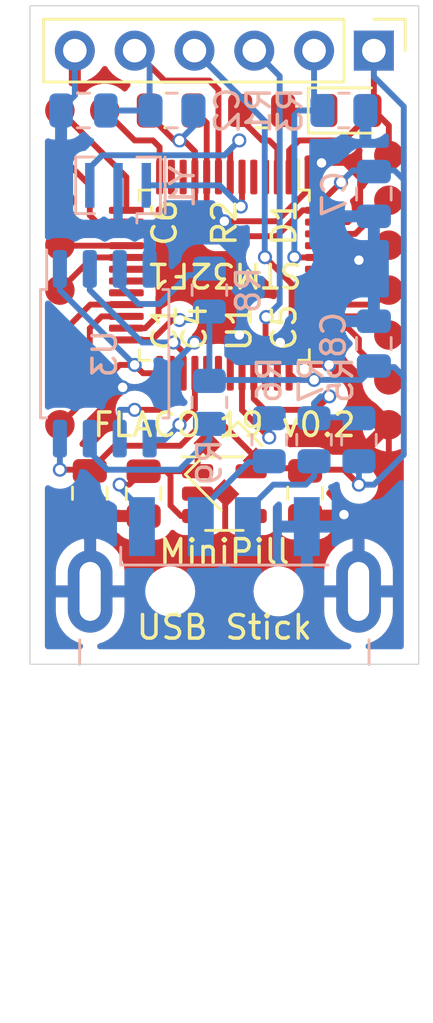
<source format=kicad_pcb>
(kicad_pcb (version 20211014) (generator pcbnew)
  (title_block (title "MiniPill usb stick with SPI flash") (date "2019-04-30") (rev "0.2") (company "FLACO 2019, licence of this PCB is CC-BY-NC-SA") (comment 1 "STM32F103 \"Bluepill\" in a USB stick form factor") (comment 2 "SPI flash in order to emulate a USB mass storage"))
  (layers (0 "F.Cu" signal) (31 "B.Cu" signal) (34 "B.Paste" user) (35 "F.Paste" user) (36 "B.SilkS" user "B.Silkscreen") (37 "F.SilkS" user "F.Silkscreen") (38 "B.Mask" user) (39 "F.Mask" user) (44 "Edge.Cuts" user))
  (net 0 "")
  (net 1 "GND")
  (net 2 "+5V")
  (net 3 "+3.3V")
  (net 4 "/USB_D-")
  (net 5 "/USB_D+")
  (net 6 "Net-(R5-Pad1)")
  (net 7 "Net-(R6-Pad2)")
  (net 8 "/RESET")
  (net 9 "/SWCLK")
  (net 10 "/SWDIO")
  (net 11 "/BOOT0")
  (net 12 "/LED")
  (net 13 "Net-(U2-Pad28)")
  (net 14 "Net-(U2-Pad26)")
  (net 15 "Net-(U2-Pad25)")
  (net 16 "Net-(R8-Pad2)")
  (net 17 "Net-(R9-Pad2)")
  (net 21 "Net-(U2-Pad5)")
  (net 22 "Net-(U2-Pad6)")
  (net 28 "Net-(U2-Pad27)")
  (net 32 "Net-(U2-Pad39)")
  (net 33 "Net-(U2-Pad40)")
  (net 34 "Net-(U2-Pad45)")
  (net 38 "Net-(U2-Pad46)")
  (net 39 "Net-(U2-Pad21)")
  (net 40 "Net-(U2-Pad22)")
  (net 41 "Net-(U2-Pad12)")
  (net 42 "Net-(U2-Pad13)")
  (net 43 "Net-(U2-Pad14)")
  (net 44 "Net-(U2-Pad15)")
  (net 45 "Net-(U2-Pad16)")
  (net 46 "Net-(U2-Pad17)")
  (net 47 "Net-(U2-Pad38)")
  (net 48 "Net-(R2-Pad2)")
  (footprint "Capacitor_SMD:C_0805_2012Metric" (layer "F.Cu") (at 168.91 133.08 -90)
    (property "Reference" "C1")
    (property "Value" "100n")
    (fp_text reference "C1" (at -7.0325 -3.175 90 unlocked) (layer "F.SilkS"))
    (fp_text value "100n")
    (pad "1" smd roundrect (at -0.95 0 270) (size 1 1.45) (layers "F.Cu" "F.Paste" "F.Mask") (net 3 "+3.3V"))
    (pad "2" smd roundrect (at 0.95 0 270) (size 1 1.45) (layers "F.Cu" "F.Paste" "F.Mask") (net 1 "GND"))
  )
  (footprint "Capacitor_SMD:C_0805_2012Metric" (layer "F.Cu") (at 172.355 116.84)
    (property "Reference" "C6")
    (property "Value" "100n")
    (fp_text reference "C6" (at -0.27 4.7625 90 unlocked) (layer "F.SilkS"))
    (fp_text value "100n")
    (pad "1" smd roundrect (at -0.95 0) (size 1 1.45) (layers "F.Cu" "F.Paste" "F.Mask") (net 3 "+3.3V"))
    (pad "2" smd roundrect (at 0.95 0) (size 1 1.45) (layers "F.Cu" "F.Paste" "F.Mask") (net 1 "GND"))
  )
  (footprint "Capacitor_SMD:C_0805_2012Metric" (layer "F.Cu") (at 178.054 133.08 -90)
    (property "Reference" "C5")
    (property "Value" "1u")
    (fp_text reference "C5" (at -7.0325 0.889 90 unlocked) (layer "F.SilkS"))
    (fp_text value "1u")
    (pad "1" smd roundrect (at -0.95 0 270) (size 1 1.45) (layers "F.Cu" "F.Paste" "F.Mask") (net 3 "+3.3V"))
    (pad "2" smd roundrect (at 0.95 0 270) (size 1 1.45) (layers "F.Cu" "F.Paste" "F.Mask") (net 1 "GND"))
  )
  (footprint "Package_TO_SOT_SMD:SOT-23-5" (layer "F.Cu") (at 174.625 133.096)
    (property "Reference" "U1")
    (property "Value" "SPX3819M5-L-3-3")
    (fp_text reference "U1" (at 0.635 -7.0485 90 unlocked) (layer "F.SilkS"))
    (fp_text value "SPX3819M5-L-3-3")
    (pad "1" smd roundrect (at -1.1375 -0.95) (size 1.325 0.6) (layers "F.Cu" "F.Paste" "F.Mask") (net 2 "+5V"))
    (pad "2" smd roundrect (at -1.1375 0) (size 1.325 0.6) (layers "F.Cu" "F.Paste" "F.Mask") (net 1 "GND"))
    (pad "3" smd roundrect (at -1.1375 0.95) (size 1.325 0.6) (layers "F.Cu" "F.Paste" "F.Mask") (net 2 "+5V"))
    (pad "4" smd roundrect (at 1.1375 0.95) (size 1.325 0.6) (layers "F.Cu" "F.Paste" "F.Mask"))
    (pad "5" smd roundrect (at 1.1375 -0.95) (size 1.325 0.6) (layers "F.Cu" "F.Paste" "F.Mask") (net 3 "+3.3V"))
  )
  (footprint "Capacitor_SMD:C_0805_2012Metric" (layer "F.Cu") (at 171.196 133.096 -90)
    (property "Reference" "C4")
    (property "Value" "1u")
    (fp_text reference "C4" (at -7.0485 -2.159 90 unlocked) (layer "F.SilkS"))
    (fp_text value "1u")
    (pad "1" smd roundrect (at -0.95 0 270) (size 1 1.45) (layers "F.Cu" "F.Paste" "F.Mask") (net 2 "+5V"))
    (pad "2" smd roundrect (at 0.95 0 270) (size 1 1.45) (layers "F.Cu" "F.Paste" "F.Mask") (net 1 "GND"))
  )
  (footprint "Connector_PinHeader_2.54mm:PinHeader_1x06_P2.54mm_Vertical" (layer "F.Cu") (at 180.975 114.3 -90)
    (property "Reference" "J2")
    (property "Value" "PROG")
    (fp_text reference "J2" hide)
    (fp_text value "PROG")
    (pad "1" thru_hole rect (at 0 0 270) (size 1.7 1.7) (drill 1) (layers *.Cu *.Mask) (net 3 "+3.3V"))
    (pad "2" thru_hole oval (at 0 2.54 270) (size 1.7 1.7) (drill 1) (layers *.Cu *.Mask) (net 11 "/BOOT0"))
    (pad "3" thru_hole oval (at 0 5.08 270) (size 1.7 1.7) (drill 1) (layers *.Cu *.Mask) (net 10 "/SWDIO"))
    (pad "4" thru_hole oval (at 0 7.62 270) (size 1.7 1.7) (drill 1) (layers *.Cu *.Mask) (net 9 "/SWCLK"))
    (pad "5" thru_hole oval (at 0 10.16 270) (size 1.7 1.7) (drill 1) (layers *.Cu *.Mask) (net 8 "/RESET"))
    (pad "6" thru_hole oval (at 0 12.7 270) (size 1.7 1.7) (drill 1) (layers *.Cu *.Mask) (net 1 "GND"))
  )
  (footprint "Package_QFP:LQFP-48_7x7mm_P0.5mm" (layer "F.Cu") (at 174.625 123.825 -90)
    (property "Reference" "U2")
    (property "Value" "STM32F103C8Tx")
    (fp_text reference "U2" hide)
    (fp_text value "STM32F103C8Tx")
    (pad "1" smd roundrect (at -4.1625 -2.75 270) (size 1.475 0.3) (layers "F.Cu" "F.Paste" "F.Mask") (net 3 "+3.3V"))
    (pad "2" smd roundrect (at -4.1625 -2.25 270) (size 1.475 0.3) (layers "F.Cu" "F.Paste" "F.Mask") (net 12 "/LED"))
    (pad "3" smd roundrect (at -4.1625 -1.75 270) (size 1.475 0.3) (layers "F.Cu" "F.Paste" "F.Mask"))
    (pad "4" smd roundrect (at -4.1625 -1.25 270) (size 1.475 0.3) (layers "F.Cu" "F.Paste" "F.Mask"))
    (pad "5" smd roundrect (at -4.1625 -0.75 270) (size 1.475 0.3) (layers "F.Cu" "F.Paste" "F.Mask") (net 21 "Net-(U2-Pad5)"))
    (pad "6" smd roundrect (at -4.1625 -0.25 270) (size 1.475 0.3) (layers "F.Cu" "F.Paste" "F.Mask") (net 22 "Net-(U2-Pad6)"))
    (pad "7" smd roundrect (at -4.1625 0.25 270) (size 1.475 0.3) (layers "F.Cu" "F.Paste" "F.Mask") (net 8 "/RESET"))
    (pad "8" smd roundrect (at -4.1625 0.75 270) (size 1.475 0.3) (layers "F.Cu" "F.Paste" "F.Mask") (net 1 "GND"))
    (pad "9" smd roundrect (at -4.1625 1.25 270) (size 1.475 0.3) (layers "F.Cu" "F.Paste" "F.Mask") (net 3 "+3.3V"))
    (pad "10" smd roundrect (at -4.1625 1.75 270) (size 1.475 0.3) (layers "F.Cu" "F.Paste" "F.Mask"))
    (pad "11" smd roundrect (at -4.1625 2.25 270) (size 1.475 0.3) (layers "F.Cu" "F.Paste" "F.Mask"))
    (pad "12" smd roundrect (at -4.1625 2.75 270) (size 1.475 0.3) (layers "F.Cu" "F.Paste" "F.Mask") (net 41 "Net-(U2-Pad12)"))
    (pad "13" smd roundrect (at -2.75 4.1625 270) (size 0.3 1.475) (layers "F.Cu" "F.Paste" "F.Mask") (net 42 "Net-(U2-Pad13)"))
    (pad "14" smd roundrect (at -2.25 4.1625 270) (size 0.3 1.475) (layers "F.Cu" "F.Paste" "F.Mask") (net 43 "Net-(U2-Pad14)"))
    (pad "15" smd roundrect (at -1.75 4.1625 270) (size 0.3 1.475) (layers "F.Cu" "F.Paste" "F.Mask") (net 44 "Net-(U2-Pad15)"))
    (pad "16" smd roundrect (at -1.25 4.1625 270) (size 0.3 1.475) (layers "F.Cu" "F.Paste" "F.Mask") (net 45 "Net-(U2-Pad16)"))
    (pad "17" smd roundrect (at -0.75 4.1625 270) (size 0.3 1.475) (layers "F.Cu" "F.Paste" "F.Mask") (net 46 "Net-(U2-Pad17)"))
    (pad "18" smd roundrect (at -0.25 4.1625 270) (size 0.3 1.475) (layers "F.Cu" "F.Paste" "F.Mask"))
    (pad "19" smd roundrect (at 0.25 4.1625 270) (size 0.3 1.475) (layers "F.Cu" "F.Paste" "F.Mask"))
    (pad "20" smd roundrect (at 0.75 4.1625 270) (size 0.3 1.475) (layers "F.Cu" "F.Paste" "F.Mask"))
    (pad "21" smd roundrect (at 1.25 4.1625 270) (size 0.3 1.475) (layers "F.Cu" "F.Paste" "F.Mask") (net 39 "Net-(U2-Pad21)"))
    (pad "22" smd roundrect (at 1.75 4.1625 270) (size 0.3 1.475) (layers "F.Cu" "F.Paste" "F.Mask") (net 40 "Net-(U2-Pad22)"))
    (pad "23" smd roundrect (at 2.25 4.1625 270) (size 0.3 1.475) (layers "F.Cu" "F.Paste" "F.Mask") (net 1 "GND"))
    (pad "24" smd roundrect (at 2.75 4.1625 270) (size 0.3 1.475) (layers "F.Cu" "F.Paste" "F.Mask") (net 3 "+3.3V"))
    (pad "25" smd roundrect (at 4.1625 2.75 270) (size 1.475 0.3) (layers "F.Cu" "F.Paste" "F.Mask") (net 15 "Net-(U2-Pad25)"))
    (pad "26" smd roundrect (at 4.1625 2.25 270) (size 1.475 0.3) (layers "F.Cu" "F.Paste" "F.Mask") (net 14 "Net-(U2-Pad26)"))
    (pad "27" smd roundrect (at 4.1625 1.75 270) (size 1.475 0.3) (layers "F.Cu" "F.Paste" "F.Mask") (net 28 "Net-(U2-Pad27)"))
    (pad "28" smd roundrect (at 4.1625 1.25 270) (size 1.475 0.3) (layers "F.Cu" "F.Paste" "F.Mask") (net 13 "Net-(U2-Pad28)"))
    (pad "29" smd roundrect (at 4.1625 0.75 270) (size 1.475 0.3) (layers "F.Cu" "F.Paste" "F.Mask"))
    (pad "30" smd roundrect (at 4.1625 0.25 270) (size 1.475 0.3) (layers "F.Cu" "F.Paste" "F.Mask"))
    (pad "31" smd roundrect (at 4.1625 -0.25 270) (size 1.475 0.3) (layers "F.Cu" "F.Paste" "F.Mask"))
    (pad "32" smd roundrect (at 4.1625 -0.75 270) (size 1.475 0.3) (layers "F.Cu" "F.Paste" "F.Mask") (net 7 "Net-(R6-Pad2)"))
    (pad "33" smd roundrect (at 4.1625 -1.25 270) (size 1.475 0.3) (layers "F.Cu" "F.Paste" "F.Mask") (net 6 "Net-(R5-Pad1)"))
    (pad "34" smd roundrect (at 4.1625 -1.75 270) (size 1.475 0.3) (layers "F.Cu" "F.Paste" "F.Mask") (net 10 "/SWDIO"))
    (pad "35" smd roundrect (at 4.1625 -2.25 270) (size 1.475 0.3) (layers "F.Cu" "F.Paste" "F.Mask") (net 1 "GND"))
    (pad "36" smd roundrect (at 4.1625 -2.75 270) (size 1.475 0.3) (layers "F.Cu" "F.Paste" "F.Mask") (net 3 "+3.3V"))
    (pad "37" smd roundrect (at 2.75 -4.1625 270) (size 0.3 1.475) (layers "F.Cu" "F.Paste" "F.Mask") (net 9 "/SWCLK"))
    (pad "38" smd roundrect (at 2.25 -4.1625 270) (size 0.3 1.475) (layers "F.Cu" "F.Paste" "F.Mask") (net 47 "Net-(U2-Pad38)"))
    (pad "39" smd roundrect (at 1.75 -4.1625 270) (size 0.3 1.475) (layers "F.Cu" "F.Paste" "F.Mask") (net 32 "Net-(U2-Pad39)"))
    (pad "40" smd roundrect (at 1.25 -4.1625 270) (size 0.3 1.475) (layers "F.Cu" "F.Paste" "F.Mask") (net 33 "Net-(U2-Pad40)"))
    (pad "41" smd roundrect (at 0.75 -4.1625 270) (size 0.3 1.475) (layers "F.Cu" "F.Paste" "F.Mask"))
    (pad "42" smd roundrect (at 0.25 -4.1625 270) (size 0.3 1.475) (layers "F.Cu" "F.Paste" "F.Mask"))
    (pad "43" smd roundrect (at -0.25 -4.1625 270) (size 0.3 1.475) (layers "F.Cu" "F.Paste" "F.Mask"))
    (pad "44" smd roundrect (at -0.75 -4.1625 270) (size 0.3 1.475) (layers "F.Cu" "F.Paste" "F.Mask") (net 11 "/BOOT0"))
    (pad "45" smd roundrect (at -1.25 -4.1625 270) (size 0.3 1.475) (layers "F.Cu" "F.Paste" "F.Mask") (net 34 "Net-(U2-Pad45)"))
    (pad "46" smd roundrect (at -1.75 -4.1625 270) (size 0.3 1.475) (layers "F.Cu" "F.Paste" "F.Mask") (net 38 "Net-(U2-Pad46)"))
    (pad "47" smd roundrect (at -2.25 -4.1625 270) (size 0.3 1.475) (layers "F.Cu" "F.Paste" "F.Mask") (net 1 "GND"))
    (pad "48" smd roundrect (at -2.75 -4.1625 270) (size 0.3 1.475) (layers "F.Cu" "F.Paste" "F.Mask") (net 3 "+3.3V"))
  )
  (footprint "Resistor_SMD:R_0805_2012Metric" (layer "F.Cu") (at 176.21 116.84)
    (property "Reference" "R2")
    (property "Value" "510")
    (fp_text reference "R2" (at -1.585 4.7625 90 unlocked) (layer "F.SilkS"))
    (fp_text value "510")
    (pad "1" smd roundrect (at -0.9125 0) (size 1.025 1.4) (layers "F.Cu" "F.Paste" "F.Mask") (roundrect_rratio 0.243902) (net 12 "/LED"))
    (pad "2" smd roundrect (at 0.9125 0) (size 1.025 1.4) (layers "F.Cu" "F.Paste" "F.Mask") (roundrect_rratio 0.243902) (net 48 "Net-(R2-Pad2)"))
  )
  (footprint "Sassa:SOT-23" (layer "F.Cu") (at 174.625 131.699 135)
    (fp_text reference "U4" hide)
    (fp_text value "XC6206PxxxMR")
    (pad "1" smd rect (at -1 -0.95 135) (size 0.9 0.8) (layers "F.Cu" "F.Paste" "F.Mask") (net 1 "GND"))
    (pad "2" smd rect (at -1 0.95 135) (size 0.9 0.8) (layers "F.Cu" "F.Paste" "F.Mask") (net 3 "+3.3V"))
    (pad "3" smd rect (at 1 0 135) (size 0.9 0.8) (layers "F.Cu" "F.Paste" "F.Mask") (net 2 "+5V"))
  )
  (footprint "Sassa:Measurement_Point_Round-SMD-Pad_VerySmall" (layer "F.Cu") (at 167.64 126.365)
    (fp_text reference "TP6" hide)
    (fp_text value "TestPoint" hide)
    (pad "1" smd circle locked (at 0 0) (size 1.25 1.25) (layers "F.Cu" "F.Mask") (net 39 "Net-(U2-Pad21)"))
  )
  (footprint "Sassa:Measurement_Point_Round-SMD-Pad_VerySmall" (layer "F.Cu") (at 181.61 128.27)
    (fp_text reference "TP14" hide)
    (fp_text value "TestPoint" hide)
    (pad "1" smd circle locked (at 0 0) (size 1.25 1.25) (layers "F.Cu" "F.Mask") (net 47 "Net-(U2-Pad38)"))
  )
  (footprint "Sassa:Measurement_Point_Round-SMD-Pad_VerySmall" (layer "F.Cu") (at 167.64 124.46)
    (fp_text reference "TP13" hide)
    (fp_text value "TestPoint" hide)
    (pad "1" smd circle locked (at 0 0) (size 1.25 1.25) (layers "F.Cu" "F.Mask") (net 46 "Net-(U2-Pad17)"))
  )
  (footprint "LED_SMD:LED_0805_2012Metric" (layer "F.Cu") (at 179.875 116.84)
    (fp_text reference "D1" (at -2.71 4.7625 90 unlocked) (layer "F.SilkS"))
    (fp_text value "Blue")
    (pad "1" smd roundrect (at -0.9375 0) (size 0.975 1.4) (layers "F.Cu" "F.Paste" "F.Mask") (net 48 "Net-(R2-Pad2)"))
    (pad "2" smd roundrect (at 0.9375 0) (size 0.975 1.4) (layers "F.Cu" "F.Paste" "F.Mask") (net 3 "+3.3V"))
  )
  (footprint "Sassa:Measurement_Point_Round-SMD-Pad_VerySmall" (layer "F.Cu") (at 181.61 120.65)
    (fp_text reference "TP5" hide)
    (fp_text value "TestPoint" hide)
    (pad "1" smd circle locked (at 0 0) (size 1.25 1.25) (layers "F.Cu" "F.Mask") (net 38 "Net-(U2-Pad46)"))
  )
  (footprint "Sassa:Measurement_Point_Round-SMD-Pad_VerySmall" (layer "F.Cu") (at 181.61 122.555)
    (fp_text reference "TP4" hide)
    (fp_text value "TestPoint" hide)
    (pad "1" smd circle locked (at 0 0) (size 1.25 1.25) (layers "F.Cu" "F.Mask") (net 34 "Net-(U2-Pad45)"))
  )
  (footprint "Sassa:Measurement_Point_Round-SMD-Pad_VerySmall" (layer "F.Cu") (at 167.64 128.27)
    (fp_text reference "TP7" hide)
    (fp_text value "TestPoint" hide)
    (pad "1" smd circle locked (at 0 0) (size 1.25 1.25) (layers "F.Cu" "F.Mask") (net 40 "Net-(U2-Pad22)"))
  )
  (footprint "Sassa:Measurement_Point_Round-SMD-Pad_VerySmall" (layer "F.Cu") (at 167.64 118.745)
    (fp_text reference "TP10" hide)
    (fp_text value "TestPoint" hide)
    (pad "1" smd circle locked (at 0 0) (size 1.25 1.25) (layers "F.Cu" "F.Mask") (net 43 "Net-(U2-Pad14)"))
  )
  (footprint "Sassa:Measurement_Point_Round-SMD-Pad_VerySmall" (layer "F.Cu") (at 169.545 116.84)
    (fp_text reference "TP8" hide)
    (fp_text value "TestPoint" hide)
    (pad "1" smd circle locked (at 0 0) (size 1.25 1.25) (layers "F.Cu" "F.Mask") (net 41 "Net-(U2-Pad12)"))
  )
  (footprint "Sassa:Measurement_Point_Round-SMD-Pad_VerySmall" (layer "F.Cu") (at 181.61 130.175)
    (fp_text reference "TP16" hide)
    (fp_text value "TestPoint" hide)
    (pad "1" smd circle locked (at 0 0) (size 1.25 1.25) (layers "F.Cu" "F.Mask") (net 1 "GND"))
  )
  (footprint "Sassa:Measurement_Point_Round-SMD-Pad_VerySmall" (layer "F.Cu") (at 167.64 116.84)
    (fp_text reference "TP9" hide)
    (fp_text value "TestPoint" hide)
    (pad "1" smd circle locked (at 0 0) (size 1.25 1.25) (layers "F.Cu" "F.Mask") (net 42 "Net-(U2-Pad13)"))
  )
  (footprint "Sassa:Measurement_Point_Round-SMD-Pad_VerySmall" (layer "F.Cu") (at 167.64 130.175)
    (fp_text reference "TP1" hide)
    (fp_text value "TestPoint" hide)
    (pad "1" smd circle locked (at 0 0) (size 1.25 1.25) (layers "F.Cu" "F.Mask") (net 15 "Net-(U2-Pad25)"))
  )
  (footprint "Sassa:Measurement_Point_Round-SMD-Pad_VerySmall" (layer "F.Cu") (at 181.61 126.365)
    (fp_text reference "TP2" hide)
    (fp_text value "TestPoint" hide)
    (pad "1" smd circle locked (at 0 0) (size 1.25 1.25) (layers "F.Cu" "F.Mask") (net 32 "Net-(U2-Pad39)"))
  )
  (footprint "Sassa:Measurement_Point_Round-SMD-Pad_VerySmall" (layer "F.Cu") (at 167.64 120.65)
    (fp_text reference "TP11" hide)
    (fp_text value "TestPoint" hide)
    (pad "1" smd circle locked (at 0 0) (size 1.25 1.25) (layers "F.Cu" "F.Mask") (net 44 "Net-(U2-Pad15)"))
  )
  (footprint "Sassa:Measurement_Point_Round-SMD-Pad_VerySmall" (layer "F.Cu") (at 181.61 124.46)
    (fp_text reference "TP3" hide)
    (fp_text value "TestPoint" hide)
    (pad "1" smd circle locked (at 0 0) (size 1.25 1.25) (layers "F.Cu" "F.Mask") (net 33 "Net-(U2-Pad40)"))
  )
  (footprint "Sassa:Measurement_Point_Round-SMD-Pad_VerySmall" (layer "F.Cu") (at 181.61 118.745)
    (fp_text reference "TP15" hide)
    (fp_text value "TestPoint" hide)
    (pad "1" smd circle locked (at 0 0) (size 1.25 1.25) (layers "F.Cu" "F.Mask") (net 3 "+3.3V"))
  )
  (footprint "Sassa:Measurement_Point_Round-SMD-Pad_VerySmall" (layer "F.Cu") (at 167.64 122.555)
    (fp_text reference "TP12" hide)
    (fp_text value "TestPoint" hide)
    (pad "1" smd circle locked (at 0 0) (size 1.25 1.25) (layers "F.Cu" "F.Mask") (net 45 "Net-(U2-Pad16)"))
  )
  (footprint "Resistor_SMD:R_0805_2012Metric" (layer "B.Cu") (at 179.705 116.84 180)
    (property "Reference" "R3")
    (property "Value" "100k")
    (fp_text reference "R3" (at 2.286 0 90 unlocked) (layer "B.SilkS") (effects (justify mirror)))
    (fp_text value "100k")
    (pad "1" smd roundrect (at -0.9125 0 180) (size 1.025 1.4) (layers "B.Cu" "B.Paste" "B.Mask") (roundrect_rratio 0.243902) (net 1 "GND"))
    (pad "2" smd roundrect (at 0.9125 0 180) (size 1.025 1.4) (layers "B.Cu" "B.Paste" "B.Mask") (roundrect_rratio 0.243902) (net 11 "/BOOT0"))
  )
  (footprint "Connector_USB:USB_A_CNCTech_1001-011-01101_Horizontal" (layer "B.Cu") (at 174.625 144.145 -90)
    (property "Reference" "J1")
    (property "Value" "USB_A")
    (fp_text reference "J1" hide)
    (fp_text value "USB_A")
    (pad "" np_thru_hole circle (at -6.9 -2.3 270) (size 1.1 1.1) (drill 1.1) (layers *.Cu *.Mask))
    (pad "" np_thru_hole circle (at -6.9 2.3 270) (size 1.1 1.1) (drill 1.1) (layers *.Cu *.Mask))
    (pad "1" smd rect (at -9.65 3.5 270) (size 2.5 1.1) (layers "B.Cu" "B.Paste" "B.Mask") (net 2 "+5V"))
    (pad "2" smd rect (at -9.65 1 270) (size 2.5 1.1) (layers "B.Cu" "B.Paste" "B.Mask") (net 4 "/USB_D-"))
    (pad "3" smd rect (at -9.65 -1 270) (size 2.5 1.1) (layers "B.Cu" "B.Paste" "B.Mask") (net 5 "/USB_D+"))
    (pad "4" smd rect (at -9.65 -3.5 270) (size 2.5 1.1) (layers "B.Cu" "B.Paste" "B.Mask") (net 1 "GND"))
    (pad "5" thru_hole oval (at -6.9 5.7 270) (size 3.5 1.9) (drill oval 2.5 0.9) (layers *.Cu *.Mask) (net 1 "GND"))
    (pad "5" thru_hole oval (at -6.9 -5.7 270) (size 3.5 1.9) (drill oval 2.5 0.9) (layers *.Cu *.Mask) (net 1 "GND"))
  )
  (footprint "Crystal:Resonator_SMD_Murata_CSTxExxV-3Pin_3.0x1.1mm" (layer "B.Cu") (at 170.11 120.015 180)
    (property "Reference" "Y1")
    (property "Value" "Crystal_GND2")
    (fp_text reference "Y1" (at -2.737 -0.0635 90 unlocked) (layer "B.SilkS") (effects (justify mirror)))
    (fp_text value "Crystal_GND2")
    (pad "1" smd rect (at -1.2 0 180) (size 0.4 1.9) (layers "B.Cu" "B.Paste" "B.Mask") (net 21 "Net-(U2-Pad5)"))
    (pad "2" smd rect (at 0 0 180) (size 0.4 1.9) (layers "B.Cu" "B.Paste" "B.Mask") (net 1 "GND"))
    (pad "3" smd rect (at 1.2 0 180) (size 0.4 1.9) (layers "B.Cu" "B.Paste" "B.Mask") (net 22 "Net-(U2-Pad6)"))
  )
  (footprint "Package_SO:SOIC-8_5.23x5.23mm_P1.27mm" (layer "B.Cu") (at 169.545 127.16 -90)
    (property "Reference" "U3")
    (property "Value" "W25Q32FVSIG")
    (fp_text reference "U3" (at 0 0 90 unlocked) (layer "B.SilkS") (effects (justify mirror)))
    (fp_text value "W25Q32FVSIG")
    (pad "1" smd roundrect (at -3.6 1.905 270) (size 1.6 0.6) (layers "B.Cu" "B.Paste" "B.Mask") (net 15 "Net-(U2-Pad25)"))
    (pad "2" smd roundrect (at -3.6 0.635 270) (size 1.6 0.6) (layers "B.Cu" "B.Paste" "B.Mask") (net 28 "Net-(U2-Pad27)"))
    (pad "3" smd roundrect (at -3.6 -0.635 270) (size 1.6 0.6) (layers "B.Cu" "B.Paste" "B.Mask") (net 16 "Net-(R8-Pad2)"))
    (pad "4" smd roundrect (at -3.6 -1.905 270) (size 1.6 0.6) (layers "B.Cu" "B.Paste" "B.Mask") (net 1 "GND"))
    (pad "5" smd roundrect (at 3.6 -1.905 270) (size 1.6 0.6) (layers "B.Cu" "B.Paste" "B.Mask") (net 13 "Net-(U2-Pad28)"))
    (pad "6" smd roundrect (at 3.6 -0.635 270) (size 1.6 0.6) (layers "B.Cu" "B.Paste" "B.Mask") (net 14 "Net-(U2-Pad26)"))
    (pad "7" smd roundrect (at 3.6 0.635 270) (size 1.6 0.6) (layers "B.Cu" "B.Paste" "B.Mask") (net 17 "Net-(R9-Pad2)"))
    (pad "8" smd roundrect (at 3.6 1.905 270) (size 1.6 0.6) (layers "B.Cu" "B.Paste" "B.Mask") (net 3 "+3.3V"))
  )
  (footprint "Capacitor_SMD:C_0805_2012Metric" (layer "B.Cu") (at 180.975 120.38 -90)
    (property "Reference" "C7")
    (property "Value" "100n")
    (fp_text reference "C7" (at 0 1.68 90 unlocked) (layer "B.SilkS") (effects (justify mirror)))
    (fp_text value "100n")
    (pad "1" smd roundrect (at -0.95 0 270) (size 1 1.45) (layers "B.Cu" "B.Paste" "B.Mask") (net 3 "+3.3V"))
    (pad "2" smd roundrect (at 0.95 0 270) (size 1 1.45) (layers "B.Cu" "B.Paste" "B.Mask") (net 1 "GND"))
  )
  (footprint "Resistor_SMD:R_0805_2012Metric" (layer "B.Cu") (at 176.53 130.81 90)
    (property "Reference" "R6")
    (property "Value" "22")
    (fp_text reference "R6" (at 2.54 0 90 unlocked) (layer "B.SilkS") (effects (justify mirror)))
    (fp_text value "22")
    (pad "1" smd roundrect (at -0.9125 0 90) (size 1.025 1.4) (layers "B.Cu" "B.Paste" "B.Mask") (roundrect_rratio 0.243902) (net 4 "/USB_D-"))
    (pad "2" smd roundrect (at 0.9125 0 90) (size 1.025 1.4) (layers "B.Cu" "B.Paste" "B.Mask") (roundrect_rratio 0.243902) (net 7 "Net-(R6-Pad2)"))
  )
  (footprint "Resistor_SMD:R_0805_2012Metric" (layer "B.Cu") (at 180.34 130.81 -90)
    (property "Reference" "R5")
    (property "Value" "10k")
    (fp_text reference "R5" (at -2.54 0.762 90 unlocked) (layer "B.SilkS") (effects (justify mirror)))
    (fp_text value "10k")
    (pad "1" smd roundrect (at -0.9125 0 270) (size 1.025 1.4) (layers "B.Cu" "B.Paste" "B.Mask") (roundrect_rratio 0.243902) (net 6 "Net-(R5-Pad1)"))
    (pad "2" smd roundrect (at 0.9125 0 270) (size 1.025 1.4) (layers "B.Cu" "B.Paste" "B.Mask") (roundrect_rratio 0.243902) (net 3 "+3.3V"))
  )
  (footprint "Resistor_SMD:R_0805_2012Metric" (layer "B.Cu") (at 178.435 130.81 90)
    (property "Reference" "R7")
    (property "Value" "22")
    (fp_text reference "R7" (at 2.54 -0.127 90 unlocked) (layer "B.SilkS") (effects (justify mirror)))
    (fp_text value "22")
    (pad "1" smd roundrect (at -0.9125 0 90) (size 1.025 1.4) (layers "B.Cu" "B.Paste" "B.Mask") (roundrect_rratio 0.243902) (net 5 "/USB_D+"))
    (pad "2" smd roundrect (at 0.9125 0 90) (size 1.025 1.4) (layers "B.Cu" "B.Paste" "B.Mask") (roundrect_rratio 0.243902) (net 6 "Net-(R5-Pad1)"))
  )
  (footprint "Capacitor_SMD:C_0805_2012Metric" (layer "B.Cu") (at 180.975 126.73 90)
    (property "Reference" "C8")
    (property "Value" "100n")
    (fp_text reference "C8" (at 0.365 -1.7145 90 unlocked) (layer "B.SilkS") (effects (justify mirror)))
    (fp_text value "100n")
    (pad "1" smd roundrect (at -0.95 0 90) (size 1 1.45) (layers "B.Cu" "B.Paste" "B.Mask") (net 3 "+3.3V"))
    (pad "2" smd roundrect (at 0.95 0 90) (size 1 1.45) (layers "B.Cu" "B.Paste" "B.Mask") (net 1 "GND"))
  )
  (footprint "Capacitor_SMD:C_0805_2012Metric" (layer "B.Cu") (at 168.64 116.84 180)
    (property "Reference" "C2")
    (property "Value" "100n")
    (fp_text reference "C2" (at -6.112 0 90 unlocked) (layer "B.SilkS") (effects (justify mirror)))
    (fp_text value "100n")
    (pad "1" smd roundrect (at -0.95 0 180) (size 1 1.45) (layers "B.Cu" "B.Paste" "B.Mask") (net 8 "/RESET"))
    (pad "2" smd roundrect (at 0.95 0 180) (size 1 1.45) (layers "B.Cu" "B.Paste" "B.Mask") (net 1 "GND"))
  )
  (footprint "Resistor_SMD:R_0805_2012Metric" (layer "B.Cu") (at 172.4 116.84)
    (property "Reference" "R1")
    (property "Value" "10k")
    (fp_text reference "R1" (at 3.6855 0 90 unlocked) (layer "B.SilkS") (effects (justify mirror)))
    (fp_text value "10k")
    (pad "1" smd roundrect (at -0.9125 0) (size 1.025 1.4) (layers "B.Cu" "B.Paste" "B.Mask") (roundrect_rratio 0.243902) (net 8 "/RESET"))
    (pad "2" smd roundrect (at 0.9125 0) (size 1.025 1.4) (layers "B.Cu" "B.Paste" "B.Mask") (roundrect_rratio 0.243902) (net 3 "+3.3V"))
  )
  (footprint "Resistor_SMD:R_0805_2012Metric" (layer "B.Cu") (at 173.99 124.46 90)
    (fp_text reference "R8" (at 0 1.65 90 unlocked) (layer "B.SilkS") (effects (justify mirror)))
    (fp_text value "100k")
    (pad "1" smd roundrect (at -0.9125 0 90) (size 1.025 1.4) (layers "B.Cu" "B.Paste" "B.Mask") (roundrect_rratio 0.243902) (net 3 "+3.3V"))
    (pad "2" smd roundrect (at 0.9125 0 90) (size 1.025 1.4) (layers "B.Cu" "B.Paste" "B.Mask") (roundrect_rratio 0.243902) (net 16 "Net-(R8-Pad2)"))
  )
  (footprint "Resistor_SMD:R_0805_2012Metric" (layer "B.Cu") (at 173.99 129.225 -90)
    (fp_text reference "R9" (at 2.5375 0 90 unlocked) (layer "B.SilkS") (effects (justify mirror)))
    (fp_text value "100k")
    (pad "1" smd roundrect (at -0.9125 0 270) (size 1.025 1.4) (layers "B.Cu" "B.Paste" "B.Mask") (roundrect_rratio 0.243902) (net 3 "+3.3V"))
    (pad "2" smd roundrect (at 0.9125 0 270) (size 1.025 1.4) (layers "B.Cu" "B.Paste" "B.Mask") (roundrect_rratio 0.243902) (net 17 "Net-(R9-Pad2)"))
  )
  (gr_line (start 166.37 140.335) (end 182.88 140.335) (layer "Edge.Cuts") (width 0.05))
  (gr_line (start 182.88 112.395) (end 166.37 112.395) (layer "Edge.Cuts") (width 0.05))
  (gr_line (start 182.88 112.395) (end 182.88 140.335) (layer "Edge.Cuts") (width 0.05))
  (gr_line (start 166.37 112.395) (end 166.37 140.335) (layer "Edge.Cuts") (width 0.05))
  (gr_text "MiniPill\n\nUSB Stick" (at 174.625 137.16) (layer "F.SilkS") (effects (font (size 1 1))))
  (gr_text "STM32F1" (at 174.625 123.825 180) (layer "F.SilkS") (effects (font (size 1 1))))
  (gr_text "FLACO 19 v0.2" (at 174.625 130.175) (layer "F.SilkS") (effects (font (size 1 1))))
  (segment (start 174.625 121.539) (end 176.8475 121.539) (width 0.25) (layer "F.Cu") (net 1))
  (segment (start 171.831 124.968) (end 172.339 124.46) (width 0.25) (layer "F.Cu") (net 1))
  (segment (start 178.054 134.08) (end 179.61 134.08) (width 0.25) (layer "F.Cu") (net 1))
  (segment (start 179.741002 119.0625) (end 180.393501 119.714999) (width 0.25) (layer "F.Cu") (net 1))
  (segment (start 173.355 126.6825) (end 173.6725 126.365) (width 0.25) (layer "F.Cu") (net 1))
  (segment (start 178.2445 119.5705) (end 178.7525 119.0625) (width 0.25) (layer "F.Cu") (net 1))
  (segment (start 174.660355 133.077858) (end 173.505642 133.077858) (width 0.25) (layer "F.Cu") (net 1))
  (segment (start 173.875 117.36) (end 173.355 116.84) (width 0.25) (layer "F.Cu") (net 1))
  (segment (start 168.785 134.08) (end 168.91 134.08) (width 0.25) (layer "F.Cu") (net 1))
  (segment (start 180.393501 121.056499) (end 179.875 121.575) (width 0.25) (layer "F.Cu") (net 1))
  (segment (start 171.196 134.096) (end 171.196 135.001) (width 0.25) (layer "F.Cu") (net 1))
  (segment (start 176.9995 126.6825) (end 177.38725 126.6825) (width 0.25) (layer "F.Cu") (net 1))
  (segment (start 173.505642 133.077858) (end 173.4875 133.096) (width 0.25) (layer "F.Cu") (net 1))
  (segment (start 180.975 133.985) (end 181.61 133.35) (width 0.25) (layer "F.Cu") (net 1))
  (segment (start 173.355 124.46) (end 175.26 126.365) (width 0.25) (layer "F.Cu") (net 1))
  (segment (start 177.8 135.255) (end 178.054 135.001) (width 0.25) (layer "F.Cu") (net 1))
  (segment (start 181.61 130.175) (end 179.07 127.635) (width 0.25) (layer "F.Cu") (net 1))
  (segment (start 174.660355 133.077858) (end 174.660355 135.219645) (width 0.25) (layer "F.Cu") (net 1))
  (segment (start 179.875 121.575) (end 178.7875 121.575) (width 0.25) (layer "F.Cu") (net 1))
  (segment (start 178.2445 120.142) (end 178.2445 119.5705) (width 0.25) (layer "F.Cu") (net 1))
  (segment (start 179.61 134.08) (end 179.705 133.985) (width 0.25) (layer "F.Cu") (net 1))
  (segment (start 179.705 133.985) (end 180.975 133.985) (width 0.25) (layer "F.Cu") (net 1))
  (segment (start 177.38725 126.6825) (end 178.33975 127.635) (width 0.25) (layer "F.Cu") (net 1))
  (segment (start 178.054 135.001) (end 178.054 134.08) (width 0.25) (layer "F.Cu") (net 1))
  (segment (start 176.875 126.807) (end 176.875 127.9875) (width 0.25) (layer "F.Cu") (net 1))
  (segment (start 173.6725 126.365) (end 175.26 126.365) (width 0.25) (layer "F.Cu") (net 1))
  (segment (start 174.625 135.255) (end 177.8 135.255) (width 0.25) (layer "F.Cu") (net 1))
  (segment (start 171.265685 126.075) (end 171.831 125.509685) (width 0.25) (layer "F.Cu") (net 1))
  (segment (start 171.196 135.001) (end 171.45 135.255) (width 0.25) (layer "F.Cu") (net 1))
  (segment (start 178.33975 127.635) (end 179.07 127.635) (width 0.25) (layer "F.Cu") (net 1))
  (segment (start 174.625 121.539) (end 173.875 120.789) (width 0.25) (layer "F.Cu") (net 1))
  (segment (start 173.875 120.789) (end 173.875 117.36) (width 0.25) (layer "F.Cu") (net 1))
  (segment (start 171.45 135.255) (end 174.625 135.255) (width 0.25) (layer "F.Cu") (net 1))
  (segment (start 181.61 133.35) (end 181.61 130.175) (width 0.25) (layer "F.Cu") (net 1))
  (segment (start 176.9995 126.6825) (end 176.875 126.807) (width 0.25) (layer "F.Cu") (net 1))
  (segment (start 180.393501 119.714999) (end 180.393501 121.056499) (width 0.25) (layer "F.Cu") (net 1))
  (segment (start 170.4625 126.075) (end 171.265685 126.075) (width 0.25) (layer "F.Cu") (net 1))
  (segment (start 171.831 125.509685) (end 171.831 124.968) (width 0.25) (layer "F.Cu") (net 1))
  (segment (start 178.7525 119.0625) (end 179.741002 119.0625) (width 0.25) (layer "F.Cu") (net 1))
  (segment (start 174.660355 135.219645) (end 174.625 135.255) (width 0.25) (layer "F.Cu") (net 1))
  (segment (start 176.8475 121.539) (end 178.2445 120.142) (width 0.25) (layer "F.Cu") (net 1))
  (segment (start 172.339 124.46) (end 173.355 124.46) (width 0.25) (layer "F.Cu") (net 1))
  (via (at 178.7525 119.0625) (size 0.6) (drill 0.4) (layers "F.Cu" "B.Cu") (net 1))
  (via (at 170.307 128.587502) (size 0.6) (drill 0.4) (layers "F.Cu" "B.Cu") (net 1))
  (via (at 176.9995 126.6825) (size 0.6) (drill 0.4) (layers "F.Cu" "B.Cu") (net 1))
  (via (at 179.07 127.635) (size 0.6) (drill 0.4) (layers "F.Cu" "B.Cu") (net 1))
  (via (at 173.355 126.6825) (size 0.6) (drill 0.4) (layers "F.Cu" "B.Cu") (net 1))
  (via (at 174.625 121.539) (size 0.6) (drill 0.4) (layers "F.Cu" "B.Cu") (net 1))
  (via (at 175.26 126.365) (size 0.6) (drill 0.4) (layers "F.Cu" "B.Cu") (net 1))
  (via (at 180.34 123.19) (size 0.6) (drill 0.4) (layers "F.Cu" "B.Cu") (net 1))
  (via (at 179.705 133.985) (size 0.6) (drill 0.4) (layers "F.Cu" "B.Cu") (net 1))
  (segment (start 175.26 123.19) (end 175.26 125.940736) (width 0.25) (layer "B.Cu") (net 1))
  (segment (start 168.275 114.3) (end 168.275 116.205) (width 0.25) (layer "B.Cu") (net 1))
  (segment (start 176.9995 126.5305) (end 177.8 125.73) (width 0.25) (layer "B.Cu") (net 1))
  (segment (start 176.9995 126.6825) (end 176.9995 126.741236) (width 0.25) (layer "B.Cu") (net 1))
  (segment (start 168.275 116.205) (end 167.64 116.84) (width 0.25) (layer "B.Cu") (net 1))
  (segment (start 173.99 121.92) (end 175.26 123.19) (width 0.25) (layer "B.Cu") (net 1))
  (segment (start 167.64 121.285) (end 168.275 121.92) (width 0.25) (layer "B.Cu") (net 1))
  (segment (start 176.740736 127) (end 175.895 127) (width 0.25) (layer "B.Cu") (net 1))
  (segment (start 170.11 120.015) (end 170.11 121.85) (width 0.25) (layer "B.Cu") (net 1))
  (segment (start 167.64 116.84) (end 167.64 121.285) (width 0.25) (layer "B.Cu") (net 1))
  (segment (start 176.9995 126.741236) (end 176.740736 127) (width 0.25) (layer "B.Cu") (net 1))
  (segment (start 170.18 121.92) (end 173.99 121.92) (width 0.25) (layer "B.Cu") (net 1))
  (segment (start 175.26 125.940736) (end 175.26 126.365) (width 0.25) (layer "B.Cu") (net 1))
  (segment (start 170.11 121.85) (end 170.18 121.92) (width 0.25) (layer "B.Cu") (net 1))
  (segment (start 168.275 121.92) (end 170.18 121.92) (width 0.25) (layer "B.Cu") (net 1))
  (segment (start 177.8 125.73) (end 180.975 125.73) (width 0.25) (layer "B.Cu") (net 1))
  (segment (start 173.355 126.6825) (end 171.449998 128.587502) (width 0.25) (layer "B.Cu") (net 1))
  (segment (start 175.895 127) (end 175.26 126.365) (width 0.25) (layer "B.Cu") (net 1))
  (segment (start 171.449998 128.587502) (end 170.307 128.587502) (width 0.25) (layer "B.Cu") (net 1))
  (segment (start 176.9995 126.6825) (end 176.9995 126.5305) (width 0.25) (layer "B.Cu") (net 1))
  (segment (start 172.781 134.046) (end 172.339 133.604) (width 0.25) (layer "F.Cu") (net 2))
  (segment (start 173.4875 132.146) (end 173.4875 131.422286) (width 0.25) (layer "F.Cu") (net 2))
  (segment (start 172.339 132.334) (end 172.151 132.146) (width 0.25) (layer "F.Cu") (net 2))
  (segment (start 173.4875 131.422286) (end 173.917893 130.991893) (width 0.25) (layer "F.Cu") (net 2))
  (segment (start 171.196 132.146) (end 172.151 132.146) (width 0.25) (layer "F.Cu") (net 2))
  (segment (start 173.4875 134.046) (end 172.781 134.046) (width 0.25) (layer "F.Cu") (net 2))
  (segment (start 172.339 133.604) (end 172.339 132.334) (width 0.25) (layer "F.Cu") (net 2))
  (segment (start 170.577 132.715) (end 170.180038 132.715) (width 0.25) (layer "F.Cu") (net 2))
  (segment (start 171.196 132.096) (end 170.577 132.715) (width 0.25) (layer "F.Cu") (net 2))
  (segment (start 172.151 132.146) (end 173.4875 132.146) (width 0.25) (layer "F.Cu") (net 2))
  (via (at 170.180038 132.715) (size 0.6) (drill 0.4) (layers "F.Cu" "B.Cu") (net 2))
  (segment (start 171.125 134.495) (end 171.125 133.795) (width 0.25) (layer "B.Cu") (net 2))
  (segment (start 170.180038 132.850038) (end 170.180038 132.715) (width 0.25) (layer "B.Cu") (net 2))
  (segment (start 171.125 133.795) (end 170.180038 132.850038) (width 0.25) (layer "B.Cu") (net 2))
  (segment (start 178.7875 120.678498) (end 178.7875 121.075) (width 0.25) (layer "F.Cu") (net 3))
  (segment (start 177.65749 128.26999) (end 178.434998 128.26999) (width 0.25) (layer "F.Cu") (net 3))
  (segment (start 170.4625 126.575) (end 171.5575 126.575) (width 0.25) (layer "F.Cu") (net 3))
  (segment (start 177.375 127.9875) (end 177.65749 128.26999) (width 0.25) (layer "F.Cu") (net 3))
  (segment (start 172.72 118.11) (end 172.5 118.11) (width 0.25) (layer "F.Cu") (net 3))
  (segment (start 179.578 119.887998) (end 178.7875 120.678498) (width 0.25) (layer "F.Cu") (net 3))
  (segment (start 177.993 132.019) (end 176.409 132.019) (width 0.25) (layer "F.Cu") (net 3))
  (segment (start 176.003858 131.734355) (end 176.003858 131.904642) (width 0.25) (layer "F.Cu") (net 3))
  (segment (start 173.747918 130.065852) (end 172.74977 131.064) (width 0.25) (layer "F.Cu") (net 3))
  (segment (start 173.375 121.2725) (end 173.375 118.575) (width 0.25) (layer "F.Cu") (net 3))
  (segment (start 169.976 131.064) (end 168.96 132.08) (width 0.25) (layer "F.Cu") (net 3))
  (segment (start 168.96 132.08) (end 167.64 132.08) (width 0.25) (layer "F.Cu") (net 3))
  (segment (start 180.34 132.715) (end 179.705 132.08) (width 0.25) (layer "F.Cu") (net 3))
  (segment (start 179.07 118.11) (end 179.705 118.11) (width 0.25) (layer "F.Cu") (net 3))
  (segment (start 178.7875 121.075) (end 177.947896 121.075) (width 0.25) (layer "F.Cu") (net 3))
  (segment (start 173.375 118.575) (end 172.91 118.11) (width 0.25) (layer "F.Cu") (net 3))
  (segment (start 177.947896 121.075) (end 176.848896 122.174) (width 0.25) (layer "F.Cu") (net 3))
  (segment (start 181.61 117.475) (end 180.975 116.84) (width 0.25) (layer "F.Cu") (net 3))
  (segment (start 179.705 132.08) (end 178.054 132.08) (width 0.25) (layer "F.Cu") (net 3))
  (segment (start 172.4025 125.73) (end 172.72 125.73) (width 0.25) (layer "F.Cu") (net 3))
  (segment (start 174.455852 130.065852) (end 173.747918 130.065852) (width 0.25) (layer "F.Cu") (net 3))
  (segment (start 177.8 118.11) (end 177.375 118.535) (width 0.25) (layer "F.Cu") (net 3))
  (segment (start 172.91 118.11) (end 172.72 118.11) (width 0.25) (layer "F.Cu") (net 3))
  (segment (start 174.2765 122.174) (end 173.375 121.2725) (width 0.25) (layer "F.Cu") (net 3))
  (segment (start 177.8 118.11) (end 179.07 118.11) (width 0.25) (layer "F.Cu") (net 3))
  (segment (start 178.054 132.08) (end 177.993 132.019) (width 0.25) (layer "F.Cu") (net 3))
  (segment (start 177.375 118.535) (end 177.375 119.475) (width 0.25) (layer "F.Cu") (net 3))
  (segment (start 180.975 116.84) (end 180.975 114.3) (width 0.25) (layer "F.Cu") (net 3))
  (segment (start 171.5575 126.575) (end 172.4025 125.73) (width 0.25) (layer "F.Cu") (net 3))
  (segment (start 181.61 118.745) (end 181.61 117.475) (width 0.25) (layer "F.Cu") (net 3))
  (segment (start 172.74977 131.064) (end 169.976 131.064) (width 0.25) (layer "F.Cu") (net 3))
  (segment (start 176.003858 131.904642) (end 175.7625 132.146) (width 0.25) (layer "F.Cu") (net 3))
  (segment (start 179.705 118.11) (end 180.975 116.84) (width 0.25) (layer "F.Cu") (net 3))
  (segment (start 176.409 132.019) (end 174.455852 130.065852) (width 0.25) (layer "F.Cu") (net 3))
  (segment (start 176.848896 122.174) (end 174.2765 122.174) (width 0.25) (layer "F.Cu") (net 3))
  (segment (start 171.355 116.965) (end 171.355 116.84) (width 0.25) (layer "F.Cu") (net 3))
  (segment (start 172.5 118.11) (end 171.355 116.965) (width 0.25) (layer "F.Cu") (net 3))
  (via (at 167.64 132.08) (size 0.6) (drill 0.4) (layers "F.Cu" "B.Cu") (net 3))
  (via (at 178.434998 128.26999) (size 0.6) (drill 0.4) (layers "F.Cu" "B.Cu") (net 3))
  (via (at 172.72 118.11) (size 0.6) (drill 0.4) (layers "F.Cu" "B.Cu") (net 3))
  (via (at 172.72 125.73) (size 0.6) (drill 0.4) (layers "F.Cu" "B.Cu") (net 3))
  (via (at 180.34 132.715) (size 0.6) (drill 0.4) (layers "F.Cu" "B.Cu") (net 3))
  (via (at 179.578 119.887998) (size 0.6) (drill 0.4) (layers "F.Cu" "B.Cu") (net 3))
  (segment (start 167.64 130.81) (end 167.64 132.08) (width 0.25) (layer "B.Cu") (net 3))
  (segment (start 173.99 125.73) (end 173.99 128.275) (width 0.25) (layer "B.Cu") (net 3))
  (segment (start 180.435 128.27) (end 178.435008 128.27) (width 0.25) (layer "B.Cu") (net 3))
  (segment (start 182.245 119.775) (end 182.245 120.015) (width 0.25) (layer "B.Cu") (net 3))
  (segment (start 173.35 116.84) (end 173.35 117.48) (width 0.25) (layer "B.Cu") (net 3))
  (segment (start 180.975 119.38) (end 180.085998 119.38) (width 0.25) (layer "B.Cu") (net 3))
  (segment (start 182.245 120.015) (end 182.245 128.27) (width 0.25) (layer "B.Cu") (net 3))
  (segment (start 180.085998 119.38) (end 179.877999 119.587999) (width 0.25) (layer "B.Cu") (net 3))
  (segment (start 180.34 132.715) (end 180.34 131.76) (width 0.25) (layer "B.Cu") (net 3))
  (segment (start 182.245 131.445) (end 180.975 132.715) (width 0.25) (layer "B.Cu") (net 3))
  (segment (start 179.877999 119.587999) (end 179.578 119.887998) (width 0.25) (layer "B.Cu") (net 3))
  (segment (start 178.435008 128.27) (end 178.434998 128.26999) (width 0.25) (layer "B.Cu") (net 3))
  (segment (start 180.975 115.4) (end 182.245 116.67) (width 0.25) (layer "B.Cu") (net 3))
  (segment (start 173.99 128.275) (end 178.429988 128.275) (width 0.25) (layer "B.Cu") (net 3))
  (segment (start 172.72 125.73) (end 173.99 125.73) (width 0.25) (layer "B.Cu") (net 3))
  (segment (start 182.245 128.27) (end 182.245 131.445) (width 0.25) (layer "B.Cu") (net 3))
  (segment (start 173.35 117.48) (end 172.72 118.11) (width 0.25) (layer "B.Cu") (net 3))
  (segment (start 181.85 119.38) (end 182.245 119.775) (width 0.25) (layer "B.Cu") (net 3))
  (segment (start 180.975 127.73) (end 180.435 128.27) (width 0.25) (layer "B.Cu") (net 3))
  (segment (start 182.245 116.67) (end 182.245 120.015) (width 0.25) (layer "B.Cu") (net 3))
  (segment (start 180.975 132.715) (end 180.34 132.715) (width 0.25) (layer "B.Cu") (net 3))
  (segment (start 178.429988 128.275) (end 178.434998 128.26999) (width 0.25) (layer "B.Cu") (net 3))
  (segment (start 180.975 127.73) (end 181.85 127.73) (width 0.25) (layer "B.Cu") (net 3))
  (segment (start 182.245 128.125) (end 182.245 128.27) (width 0.25) (layer "B.Cu") (net 3))
  (segment (start 181.85 127.73) (end 182.245 128.125) (width 0.25) (layer "B.Cu") (net 3))
  (segment (start 180.975 114.3) (end 180.975 115.4) (width 0.25) (layer "B.Cu") (net 3))
  (segment (start 180.975 119.38) (end 181.85 119.38) (width 0.25) (layer "B.Cu") (net 3))
  (segment (start 175.66 131.76) (end 173.625 133.795) (width 0.25) (layer "B.Cu") (net 4))
  (segment (start 173.625 133.795) (end 173.625 134.495) (width 0.25) (layer "B.Cu") (net 4))
  (segment (start 175.66 131.76) (end 176.53 131.76) (width 0.25) (layer "B.Cu") (net 4))
  (segment (start 178.08 132.715) (end 176.705 132.715) (width 0.25) (layer "B.Cu") (net 5))
  (segment (start 178.435 132.36) (end 178.08 132.715) (width 0.25) (layer "B.Cu") (net 5))
  (segment (start 175.625 133.795) (end 175.625 134.495) (width 0.25) (layer "B.Cu") (net 5))
  (segment (start 176.705 132.715) (end 175.625 133.795) (width 0.25) (layer "B.Cu") (net 5))
  (segment (start 178.435 131.76) (end 178.435 132.36) (width 0.25) (layer "B.Cu") (net 5))
  (segment (start 175.875 129.075) (end 176.34 129.54) (width 0.25) (layer "F.Cu") (net 6))
  (segment (start 175.875 127.9875) (end 175.875 129.075) (width 0.25) (layer "F.Cu") (net 6))
  (segment (start 176.34 129.54) (end 178.506563 129.54) (width 0.25) (layer "F.Cu") (net 6))
  (segment (start 178.506563 129.54) (end 179.07824 128.968323) (width 0.25) (layer "F.Cu") (net 6))
  (via (at 179.07824 128.968323) (size 0.6) (drill 0.4) (layers "F.Cu" "B.Cu") (net 6))
  (segment (start 178.435 129.86) (end 178.435 129.26) (width 0.25) (layer "B.Cu") (net 6))
  (segment (start 178.726677 128.968323) (end 179.07824 128.968323) (width 0.25) (layer "B.Cu") (net 6))
  (segment (start 178.435 129.86) (end 180.34 129.86) (width 0.25) (layer "B.Cu") (net 6))
  (segment (start 178.435 129.26) (end 178.726677 128.968323) (width 0.25) (layer "B.Cu") (net 6))
  (segment (start 175.375 129.5555) (end 175.375 127.9875) (width 0.25) (layer "F.Cu") (net 7))
  (segment (start 176.53 130.7105) (end 175.375 129.5555) (width 0.25) (layer "F.Cu") (net 7))
  (via (at 176.53 130.7105) (size 0.6) (drill 0.4) (layers "F.Cu" "B.Cu") (net 7))
  (segment (start 176.53 130.7105) (end 176.53 129.86) (width 0.25) (layer "B.Cu") (net 7))
  (segment (start 173.99 115.57) (end 172.085 115.57) (width 0.25) (layer "F.Cu") (net 8))
  (segment (start 174.375 119.6625) (end 174.375 115.955) (width 0.25) (layer "F.Cu") (net 8))
  (segment (start 174.375 115.955) (end 173.99 115.57) (width 0.25) (layer "F.Cu") (net 8))
  (segment (start 172.085 115.57) (end 170.815 114.3) (width 0.25) (layer "F.Cu") (net 8))
  (segment (start 169.64 116.84) (end 171.45 116.84) (width 0.25) (layer "B.Cu") (net 8))
  (segment (start 171.45 116.84) (end 171.45 114.935) (width 0.25) (layer "B.Cu") (net 8))
  (segment (start 171.45 114.935) (end 170.815 114.3) (width 0.25) (layer "B.Cu") (net 8))
  (segment (start 177.4825 126.141354) (end 177.916146 126.575) (width 0.25) (layer "F.Cu") (net 9))
  (segment (start 177.4825 124.1955) (end 177.4825 126.141354) (width 0.25) (layer "F.Cu") (net 9))
  (segment (start 177.916146 126.575) (end 178.7875 126.575) (width 0.25) (layer "F.Cu") (net 9))
  (segment (start 176.35 123.063) (end 177.4825 124.1955) (width 0.25) (layer "F.Cu") (net 9))
  (via (at 176.35 123.063) (size 0.6) (drill 0.4) (layers "F.Cu" "B.Cu") (net 9))
  (segment (start 176.3395 117.2845) (end 173.355 114.3) (width 0.25) (layer "B.Cu") (net 9))
  (segment (start 176.35 123.063) (end 176.3395 123.0525) (width 0.25) (layer "B.Cu") (net 9))
  (segment (start 176.3395 123.0525) (end 176.3395 117.2845) (width 0.25) (layer "B.Cu") (net 9))
  (segment (start 176.403 125.603) (end 176.375 125.631) (width 0.25) (layer "F.Cu") (net 10))
  (segment (start 176.375 125.631) (end 176.375 127.9875) (width 0.25) (layer "F.Cu") (net 10))
  (via (at 176.403 125.603) (size 0.6) (drill 0.4) (layers "F.Cu" "B.Cu") (net 10))
  (segment (start 176.9745 115.3795) (end 175.895 114.3) (width 0.25) (layer "B.Cu") (net 10))
  (segment (start 176.9745 125.0315) (end 176.9745 115.3795) (width 0.25) (layer "B.Cu") (net 10))
  (segment (start 176.403 125.603) (end 176.9745 125.0315) (width 0.25) (layer "B.Cu") (net 10))
  (segment (start 177.611 123.075) (end 178.7875 123.075) (width 0.25) (layer "F.Cu") (net 11))
  (segment (start 177.599 123.063) (end 177.611 123.075) (width 0.25) (layer "F.Cu") (net 11))
  (via (at 177.599 123.063) (size 0.6) (drill 0.4) (layers "F.Cu" "B.Cu") (net 11))
  (segment (start 177.599 117.041) (end 177.8 116.84) (width 0.25) (layer "B.Cu") (net 11))
  (segment (start 178.435 116.4825) (end 178.435 114.3) (width 0.25) (layer "B.Cu") (net 11))
  (segment (start 177.8 116.84) (end 178.755 116.84) (width 0.25) (layer "B.Cu") (net 11))
  (segment (start 178.7925 116.84) (end 178.435 116.4825) (width 0.25) (layer "B.Cu") (net 11))
  (segment (start 177.599 123.063) (end 177.599 117.041) (width 0.25) (layer "B.Cu") (net 11))
  (segment (start 176.23 118.11) (end 175.26 117.14) (width 0.25) (layer "F.Cu") (net 12))
  (segment (start 176.53 118.11) (end 176.23 118.11) (width 0.25) (layer "F.Cu") (net 12))
  (segment (start 176.875 119.6625) (end 176.875 118.455) (width 0.25) (layer "F.Cu") (net 12))
  (segment (start 175.26 117.14) (end 175.26 116.84) (width 0.25) (layer "F.Cu") (net 12))
  (segment (start 176.875 118.455) (end 176.53 118.11) (width 0.25) (layer "F.Cu") (net 12))
  (segment (start 173.375 129.52) (end 172.72 130.175) (width 0.25) (layer "F.Cu") (net 13))
  (segment (start 173.375 127.9875) (end 173.375 129.52) (width 0.25) (layer "F.Cu") (net 13))
  (via (at 172.72 130.175) (size 0.6) (drill 0.4) (layers "F.Cu" "B.Cu") (net 13))
  (segment (start 172.085 130.81) (end 172.72 130.175) (width 0.25) (layer "B.Cu") (net 13))
  (segment (start 171.45 130.81) (end 172.085 130.81) (width 0.25) (layer "B.Cu") (net 13))
  (segment (start 172.375 129.075) (end 171.90999 129.54001) (width 0.25) (layer "F.Cu") (net 14))
  (segment (start 171.90999 129.54001) (end 170.815 129.54001) (width 0.25) (layer "F.Cu") (net 14))
  (segment (start 172.375 127.9875) (end 172.375 129.075) (width 0.25) (layer "F.Cu") (net 14))
  (via (at 170.815 129.54001) (size 0.6) (drill 0.4) (layers "F.Cu" "B.Cu") (net 14))
  (segment (start 170.18 129.54) (end 170.81499 129.54) (width 0.25) (layer "B.Cu") (net 14))
  (segment (start 170.81499 129.54) (end 170.815 129.54001) (width 0.25) (layer "B.Cu") (net 14))
  (segment (start 170.18 130.81) (end 170.18 129.54) (width 0.25) (layer "B.Cu") (net 14))
  (segment (start 171.1675 127.9875) (end 170.815 127.635) (width 0.25) (layer "F.Cu") (net 15))
  (segment (start 171.875 127.9875) (end 171.1675 127.9875) (width 0.25) (layer "F.Cu") (net 15))
  (segment (start 167.64 130.175) (end 170.18 127.635) (width 0.25) (layer "F.Cu") (net 15))
  (segment (start 170.390736 127.635) (end 170.815 127.635) (width 0.25) (layer "F.Cu") (net 15))
  (segment (start 170.18 127.635) (end 170.390736 127.635) (width 0.25) (layer "F.Cu") (net 15))
  (via (at 170.815 127.635) (size 0.6) (drill 0.4) (layers "F.Cu" "B.Cu") (net 15))
  (segment (start 167.64 124.46) (end 167.64 123.51) (width 0.25) (layer "B.Cu") (net 15))
  (segment (start 170.815 127.635) (end 167.64 124.46) (width 0.25) (layer "B.Cu") (net 15))
  (segment (start 173.09 123.825) (end 173.99 123.825) (width 0.25) (layer "B.Cu") (net 16))
  (segment (start 171.002501 125.049999) (end 171.865001 125.049999) (width 0.25) (layer "B.Cu") (net 16))
  (segment (start 170.9925 125.06) (end 171.002501 125.049999) (width 0.25) (layer "B.Cu") (net 16))
  (segment (start 170.18 124.2475) (end 170.9925 125.06) (width 0.25) (layer "B.Cu") (net 16))
  (segment (start 171.865001 125.049999) (end 173.09 123.825) (width 0.25) (layer "B.Cu") (net 16))
  (segment (start 170.18 123.51) (end 170.18 124.2475) (width 0.25) (layer "B.Cu") (net 16))
  (segment (start 173.99 130.81) (end 172.72 132.08) (width 0.25) (layer "B.Cu") (net 17))
  (segment (start 169.655 132.08) (end 168.91 131.335) (width 0.25) (layer "B.Cu") (net 17))
  (segment (start 172.72 132.08) (end 169.655 132.08) (width 0.25) (layer "B.Cu") (net 17))
  (segment (start 168.91 131.335) (end 168.91 130.81) (width 0.25) (layer "B.Cu") (net 17))
  (segment (start 173.99 130.81) (end 173.99 130.175) (width 0.25) (layer "B.Cu") (net 17))
  (segment (start 175.375 120.863) (end 175.375 119.6625) (width 0.25) (layer "F.Cu") (net 21))
  (segment (start 175.3235 120.9145) (end 175.375 120.863) (width 0.25) (layer "F.Cu") (net 21))
  (via (at 175.3235 120.9145) (size 0.6) (drill 0.4) (layers "F.Cu" "B.Cu") (net 21))
  (segment (start 175.3235 120.9145) (end 174.424 120.015) (width 0.25) (layer "B.Cu") (net 21))
  (segment (start 174.424 120.015) (end 171.31 120.015) (width 0.25) (layer "B.Cu") (net 21))
  (segment (start 174.875 119.6625) (end 174.875 118.495) (width 0.25) (layer "F.Cu") (net 22))
  (segment (start 174.875 118.495) (end 175.26 118.11) (width 0.25) (layer "F.Cu") (net 22))
  (via (at 175.26 118.11) (size 0.6) (drill 0.4) (layers "F.Cu" "B.Cu") (net 22))
  (segment (start 168.91 120.015) (end 168.91 119.265) (width 0.25) (layer "B.Cu") (net 22))
  (segment (start 168.91 119.265) (end 169.435001 118.739999) (width 0.25) (layer "B.Cu") (net 22))
  (segment (start 169.435001 118.739999) (end 174.619999 118.739999) (width 0.25) (layer "B.Cu") (net 22))
  (segment (start 174.619999 118.739999) (end 174.625 118.745) (width 0.25) (layer "B.Cu") (net 22))
  (segment (start 175.26 118.11) (end 174.625 118.745) (width 0.25) (layer "B.Cu") (net 22))
  (segment (start 172.466 126.6825) (end 172.875 127.0915) (width 0.25) (layer "F.Cu") (net 28))
  (segment (start 172.875 127.0915) (end 172.875 127.9875) (width 0.25) (layer "F.Cu") (net 28))
  (via (at 172.466 126.6825) (size 0.6) (drill 0.4) (layers "F.Cu" "B.Cu") (net 28))
  (segment (start 172.466 126.6825) (end 171.1325 126.6825) (width 0.25) (layer "B.Cu") (net 28))
  (segment (start 171.1325 126.6825) (end 168.91 124.46) (width 0.25) (layer "B.Cu") (net 28))
  (segment (start 168.91 124.46) (end 168.91 123.525) (width 0.25) (layer "B.Cu") (net 28))
  (segment (start 180.82 125.575) (end 181.61 126.365) (width 0.25) (layer "F.Cu") (net 32))
  (segment (start 178.7875 125.575) (end 180.82 125.575) (width 0.25) (layer "F.Cu") (net 32))
  (segment (start 178.7875 125.075) (end 180.995 125.075) (width 0.25) (layer "F.Cu") (net 33))
  (segment (start 180.995 125.075) (end 181.61 124.46) (width 0.25) (layer "F.Cu") (net 33))
  (segment (start 180.598884 122.565) (end 180.608884 122.575) (width 0.25) (layer "F.Cu") (net 34))
  (segment (start 178.7875 122.575) (end 180.071116 122.575) (width 0.25) (layer "F.Cu") (net 34))
  (segment (start 180.081116 122.565) (end 180.598884 122.565) (width 0.25) (layer "F.Cu") (net 34))
  (segment (start 180.608884 122.575) (end 181.59 122.575) (width 0.25) (layer "F.Cu") (net 34))
  (segment (start 181.59 122.575) (end 181.61 122.555) (width 0.25) (layer "F.Cu") (net 34))
  (segment (start 180.071116 122.575) (end 180.081116 122.565) (width 0.25) (layer "F.Cu") (net 34))
  (segment (start 178.7875 122.075) (end 180.185 122.075) (width 0.25) (layer "F.Cu") (net 38))
  (segment (start 180.185 122.075) (end 181.61 120.65) (width 0.25) (layer "F.Cu") (net 38))
  (segment (start 170.4625 125.075) (end 168.93 125.075) (width 0.25) (layer "F.Cu") (net 39))
  (segment (start 168.93 125.075) (end 167.64 126.365) (width 0.25) (layer "F.Cu") (net 39))
  (segment (start 170.4625 125.575) (end 169.414998 125.575) (width 0.25) (layer "F.Cu") (net 40))
  (segment (start 168.91 126.079998) (end 168.91 127) (width 0.25) (layer "F.Cu") (net 40))
  (segment (start 169.414998 125.575) (end 168.91 126.079998) (width 0.25) (layer "F.Cu") (net 40))
  (segment (start 168.91 127) (end 167.64 128.27) (width 0.25) (layer "F.Cu") (net 40))
  (segment (start 171.875 118.39325) (end 171.875 119.6625) (width 0.25) (layer "F.Cu") (net 41))
  (segment (start 171.59175 118.11) (end 171.875 118.39325) (width 0.25) (layer "F.Cu") (net 41))
  (segment (start 169.545 116.84) (end 170.815 118.11) (width 0.25) (layer "F.Cu") (net 41))
  (segment (start 170.815 118.11) (end 171.59175 118.11) (width 0.25) (layer "F.Cu") (net 41))
  (segment (start 170.4625 121.075) (end 170.4625 119.6625) (width 0.25) (layer "F.Cu") (net 42))
  (segment (start 170.4625 119.6625) (end 167.64 116.84) (width 0.25) (layer "F.Cu") (net 42))
  (segment (start 169.2 121.575) (end 168.91 121.285) (width 0.25) (layer "F.Cu") (net 43))
  (segment (start 170.4625 121.575) (end 169.2 121.575) (width 0.25) (layer "F.Cu") (net 43))
  (segment (start 168.91 120.015) (end 167.64 118.745) (width 0.25) (layer "F.Cu") (net 43))
  (segment (start 168.91 121.285) (end 168.91 120.015) (width 0.25) (layer "F.Cu") (net 43))
  (segment (start 170.4625 122.075) (end 168.7475 122.075) (width 0.25) (layer "F.Cu") (net 44))
  (segment (start 168.7475 122.075) (end 167.64 120.9675) (width 0.25) (layer "F.Cu") (net 44))
  (segment (start 167.64 120.9675) (end 167.64 120.65) (width 0.25) (layer "F.Cu") (net 44))
  (segment (start 167.66 122.575) (end 167.64 122.555) (width 0.25) (layer "F.Cu") (net 45))
  (segment (start 170.4625 122.575) (end 167.66 122.575) (width 0.25) (layer "F.Cu") (net 45))
  (segment (start 170.4625 123.075) (end 169.025 123.075) (width 0.25) (layer "F.Cu") (net 46))
  (segment (start 169.025 123.075) (end 167.64 124.46) (width 0.25) (layer "F.Cu") (net 46))
  (segment (start 178.7875 126.075) (end 179.875 126.075) (width 0.25) (layer "F.Cu") (net 47))
  (segment (start 179.875 126.075) (end 180.34 126.54) (width 0.25) (layer "F.Cu") (net 47))
  (segment (start 180.34 126.54) (end 180.34 127) (width 0.25) (layer "F.Cu") (net 47))
  (segment (start 180.34 127) (end 181.61 128.27) (width 0.25) (layer "F.Cu") (net 47))
  (segment (start 177.16 116.84) (end 178.775 116.84) (width 0.25) (layer "F.Cu") (net 48))
  (zone (net 1) (net_name "GND") (layer "F.Cu") (connect_pads (clearance 0.508)) (min_thickness 0.254) (fill yes (thermal_gap 0.508) (thermal_bridge_width 0.508))
    (polygon (pts (xy 167.005 113.03) (xy 182.245 113.03) (xy 182.245 139.7) (xy 167.005 139.7)))
  )
  (zone (net 1) (net_name "GND") (layer "B.Cu") (connect_pads (clearance 0.508)) (min_thickness 0.254) (fill yes (thermal_gap 0.508) (thermal_bridge_width 0.508))
    (polygon (pts (xy 167.005 113.03) (xy 182.245 113.03) (xy 182.245 139.7) (xy 167.005 139.7)))
  )
)
</source>
